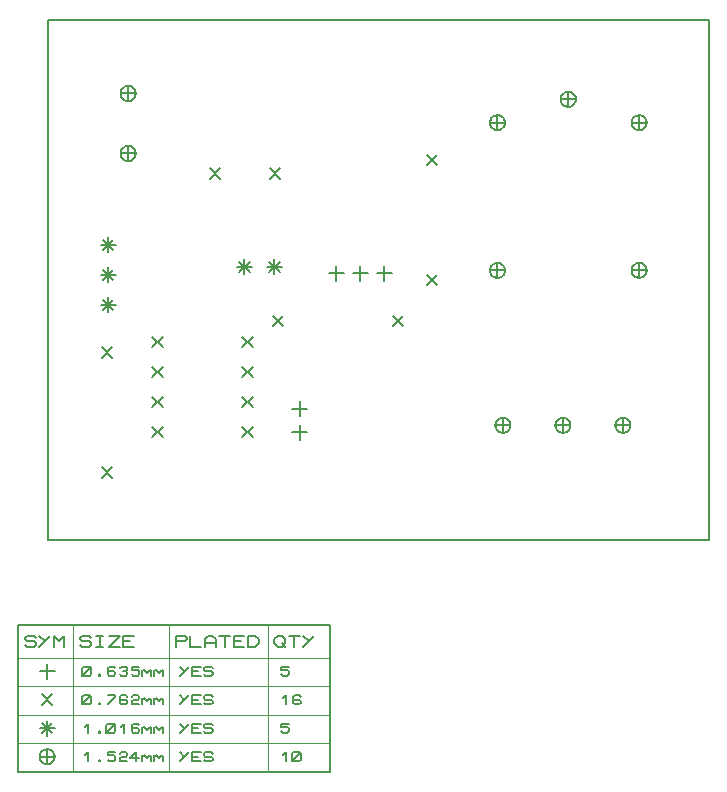
<source format=gbr>
G04 PROTEUS RS274X GERBER FILE*
%FSLAX45Y45*%
%MOMM*%
G01*
%ADD17C,0.203200*%
%ADD39C,0.127000*%
%ADD40C,0.063500*%
D17*
X-4094480Y+2080260D02*
X-4094697Y+2085507D01*
X-4096462Y+2096002D01*
X-4100154Y+2106497D01*
X-4106182Y+2116992D01*
X-4115404Y+2127372D01*
X-4125899Y+2135060D01*
X-4136394Y+2139978D01*
X-4146889Y+2142784D01*
X-4157384Y+2143757D01*
X-4157980Y+2143760D01*
X-4221480Y+2080260D02*
X-4221263Y+2085507D01*
X-4219498Y+2096002D01*
X-4215806Y+2106497D01*
X-4209778Y+2116992D01*
X-4200556Y+2127372D01*
X-4190061Y+2135060D01*
X-4179566Y+2139978D01*
X-4169071Y+2142784D01*
X-4158576Y+2143757D01*
X-4157980Y+2143760D01*
X-4221480Y+2080260D02*
X-4221263Y+2075013D01*
X-4219498Y+2064518D01*
X-4215806Y+2054023D01*
X-4209778Y+2043528D01*
X-4200556Y+2033148D01*
X-4190061Y+2025460D01*
X-4179566Y+2020542D01*
X-4169071Y+2017736D01*
X-4158576Y+2016763D01*
X-4157980Y+2016760D01*
X-4094480Y+2080260D02*
X-4094697Y+2075013D01*
X-4096462Y+2064518D01*
X-4100154Y+2054023D01*
X-4106182Y+2043528D01*
X-4115404Y+2033148D01*
X-4125899Y+2025460D01*
X-4136394Y+2020542D01*
X-4146889Y+2017736D01*
X-4157384Y+2016763D01*
X-4157980Y+2016760D01*
X-4157980Y+2143760D02*
X-4157980Y+2016760D01*
X-4221480Y+2080260D02*
X-4094480Y+2080260D01*
X-4094480Y+1572260D02*
X-4094697Y+1577507D01*
X-4096462Y+1588002D01*
X-4100154Y+1598497D01*
X-4106182Y+1608992D01*
X-4115404Y+1619372D01*
X-4125899Y+1627060D01*
X-4136394Y+1631978D01*
X-4146889Y+1634784D01*
X-4157384Y+1635757D01*
X-4157980Y+1635760D01*
X-4221480Y+1572260D02*
X-4221263Y+1577507D01*
X-4219498Y+1588002D01*
X-4215806Y+1598497D01*
X-4209778Y+1608992D01*
X-4200556Y+1619372D01*
X-4190061Y+1627060D01*
X-4179566Y+1631978D01*
X-4169071Y+1634784D01*
X-4158576Y+1635757D01*
X-4157980Y+1635760D01*
X-4221480Y+1572260D02*
X-4221263Y+1567013D01*
X-4219498Y+1556518D01*
X-4215806Y+1546023D01*
X-4209778Y+1535528D01*
X-4200556Y+1525148D01*
X-4190061Y+1517460D01*
X-4179566Y+1512542D01*
X-4169071Y+1509736D01*
X-4158576Y+1508763D01*
X-4157980Y+1508760D01*
X-4094480Y+1572260D02*
X-4094697Y+1567013D01*
X-4096462Y+1556518D01*
X-4100154Y+1546023D01*
X-4106182Y+1535528D01*
X-4115404Y+1525148D01*
X-4125899Y+1517460D01*
X-4136394Y+1512542D01*
X-4146889Y+1509736D01*
X-4157384Y+1508763D01*
X-4157980Y+1508760D01*
X-4157980Y+1635760D02*
X-4157980Y+1508760D01*
X-4221480Y+1572260D02*
X-4094480Y+1572260D01*
X-2958821Y+1449521D02*
X-2869019Y+1359719D01*
X-2958821Y+1359719D02*
X-2869019Y+1449521D01*
X-3466821Y+1449521D02*
X-3377019Y+1359719D01*
X-3466821Y+1359719D02*
X-3377019Y+1449521D01*
X-2921000Y+675640D02*
X-2921000Y+548640D01*
X-2984500Y+612140D02*
X-2857500Y+612140D01*
X-2965901Y+657041D02*
X-2876099Y+567239D01*
X-2965901Y+567239D02*
X-2876099Y+657041D01*
X-3175000Y+675640D02*
X-3175000Y+548640D01*
X-3238500Y+612140D02*
X-3111500Y+612140D01*
X-3219901Y+657041D02*
X-3130099Y+567239D01*
X-3219901Y+567239D02*
X-3130099Y+657041D01*
X-3194501Y-739959D02*
X-3104699Y-829761D01*
X-3194501Y-829761D02*
X-3104699Y-739959D01*
X-3194501Y-485959D02*
X-3104699Y-575761D01*
X-3194501Y-575761D02*
X-3104699Y-485959D01*
X-3194501Y-231959D02*
X-3104699Y-321761D01*
X-3194501Y-321761D02*
X-3104699Y-231959D01*
X-3194501Y+22041D02*
X-3104699Y-67761D01*
X-3194501Y-67761D02*
X-3104699Y+22041D01*
X-3956501Y+22041D02*
X-3866699Y-67761D01*
X-3956501Y-67761D02*
X-3866699Y+22041D01*
X-3956501Y-231959D02*
X-3866699Y-321761D01*
X-3956501Y-321761D02*
X-3866699Y-231959D01*
X-3956501Y-485959D02*
X-3866699Y-575761D01*
X-3956501Y-575761D02*
X-3866699Y-485959D01*
X-3956501Y-739959D02*
X-3866699Y-829761D01*
X-3956501Y-829761D02*
X-3866699Y-739959D01*
X-4328160Y+861060D02*
X-4328160Y+734060D01*
X-4391660Y+797560D02*
X-4264660Y+797560D01*
X-4373061Y+842461D02*
X-4283259Y+752659D01*
X-4373061Y+752659D02*
X-4283259Y+842461D01*
X-4328160Y+607060D02*
X-4328160Y+480060D01*
X-4391660Y+543560D02*
X-4264660Y+543560D01*
X-4373061Y+588461D02*
X-4283259Y+498659D01*
X-4373061Y+498659D02*
X-4283259Y+588461D01*
X-4328160Y+353060D02*
X-4328160Y+226060D01*
X-4391660Y+289560D02*
X-4264660Y+289560D01*
X-4373061Y+334461D02*
X-4283259Y+244659D01*
X-4373061Y+244659D02*
X-4283259Y+334461D01*
X-4383221Y-1085399D02*
X-4293419Y-1175201D01*
X-4383221Y-1175201D02*
X-4293419Y-1085399D01*
X-4383221Y-69399D02*
X-4293419Y-159201D01*
X-4383221Y-159201D02*
X-4293419Y-69399D01*
X-2705100Y-523900D02*
X-2705100Y-650900D01*
X-2768600Y-587400D02*
X-2641600Y-587400D01*
X-2705100Y-723900D02*
X-2705100Y-850900D01*
X-2768600Y-787400D02*
X-2641600Y-787400D01*
X-1919421Y+199841D02*
X-1829619Y+110039D01*
X-1919421Y+110039D02*
X-1829619Y+199841D01*
X-2935421Y+199841D02*
X-2845619Y+110039D01*
X-2935421Y+110039D02*
X-2845619Y+199841D01*
X-2397760Y+622300D02*
X-2397760Y+495300D01*
X-2461260Y+558800D02*
X-2334260Y+558800D01*
X-2194560Y+622300D02*
X-2194560Y+495300D01*
X-2258060Y+558800D02*
X-2131060Y+558800D01*
X-1991360Y+622300D02*
X-1991360Y+495300D01*
X-2054860Y+558800D02*
X-1927860Y+558800D01*
X-1629861Y+545281D02*
X-1540059Y+455479D01*
X-1629861Y+455479D02*
X-1540059Y+545281D01*
X-1629861Y+1561281D02*
X-1540059Y+1471479D01*
X-1629861Y+1471479D02*
X-1540059Y+1561281D01*
X+231700Y+1832000D02*
X+231483Y+1837247D01*
X+229718Y+1847742D01*
X+226026Y+1858237D01*
X+219998Y+1868732D01*
X+210776Y+1879112D01*
X+200281Y+1886800D01*
X+189786Y+1891718D01*
X+179291Y+1894524D01*
X+168796Y+1895497D01*
X+168200Y+1895500D01*
X+104700Y+1832000D02*
X+104917Y+1837247D01*
X+106682Y+1847742D01*
X+110374Y+1858237D01*
X+116402Y+1868732D01*
X+125624Y+1879112D01*
X+136119Y+1886800D01*
X+146614Y+1891718D01*
X+157109Y+1894524D01*
X+167604Y+1895497D01*
X+168200Y+1895500D01*
X+104700Y+1832000D02*
X+104917Y+1826753D01*
X+106682Y+1816258D01*
X+110374Y+1805763D01*
X+116402Y+1795268D01*
X+125624Y+1784888D01*
X+136119Y+1777200D01*
X+146614Y+1772282D01*
X+157109Y+1769476D01*
X+167604Y+1768503D01*
X+168200Y+1768500D01*
X+231700Y+1832000D02*
X+231483Y+1826753D01*
X+229718Y+1816258D01*
X+226026Y+1805763D01*
X+219998Y+1795268D01*
X+210776Y+1784888D01*
X+200281Y+1777200D01*
X+189786Y+1772282D01*
X+179291Y+1769476D01*
X+168796Y+1768503D01*
X+168200Y+1768500D01*
X+168200Y+1895500D02*
X+168200Y+1768500D01*
X+104700Y+1832000D02*
X+231700Y+1832000D01*
X-968300Y+1832000D02*
X-968517Y+1837247D01*
X-970282Y+1847742D01*
X-973974Y+1858237D01*
X-980002Y+1868732D01*
X-989224Y+1879112D01*
X-999719Y+1886800D01*
X-1010214Y+1891718D01*
X-1020709Y+1894524D01*
X-1031204Y+1895497D01*
X-1031800Y+1895500D01*
X-1095300Y+1832000D02*
X-1095083Y+1837247D01*
X-1093318Y+1847742D01*
X-1089626Y+1858237D01*
X-1083598Y+1868732D01*
X-1074376Y+1879112D01*
X-1063881Y+1886800D01*
X-1053386Y+1891718D01*
X-1042891Y+1894524D01*
X-1032396Y+1895497D01*
X-1031800Y+1895500D01*
X-1095300Y+1832000D02*
X-1095083Y+1826753D01*
X-1093318Y+1816258D01*
X-1089626Y+1805763D01*
X-1083598Y+1795268D01*
X-1074376Y+1784888D01*
X-1063881Y+1777200D01*
X-1053386Y+1772282D01*
X-1042891Y+1769476D01*
X-1032396Y+1768503D01*
X-1031800Y+1768500D01*
X-968300Y+1832000D02*
X-968517Y+1826753D01*
X-970282Y+1816258D01*
X-973974Y+1805763D01*
X-980002Y+1795268D01*
X-989224Y+1784888D01*
X-999719Y+1777200D01*
X-1010214Y+1772282D01*
X-1020709Y+1769476D01*
X-1031204Y+1768503D01*
X-1031800Y+1768500D01*
X-1031800Y+1895500D02*
X-1031800Y+1768500D01*
X-1095300Y+1832000D02*
X-968300Y+1832000D01*
X-368300Y+2032000D02*
X-368517Y+2037247D01*
X-370282Y+2047742D01*
X-373974Y+2058237D01*
X-380002Y+2068732D01*
X-389224Y+2079112D01*
X-399719Y+2086800D01*
X-410214Y+2091718D01*
X-420709Y+2094524D01*
X-431204Y+2095497D01*
X-431800Y+2095500D01*
X-495300Y+2032000D02*
X-495083Y+2037247D01*
X-493318Y+2047742D01*
X-489626Y+2058237D01*
X-483598Y+2068732D01*
X-474376Y+2079112D01*
X-463881Y+2086800D01*
X-453386Y+2091718D01*
X-442891Y+2094524D01*
X-432396Y+2095497D01*
X-431800Y+2095500D01*
X-495300Y+2032000D02*
X-495083Y+2026753D01*
X-493318Y+2016258D01*
X-489626Y+2005763D01*
X-483598Y+1995268D01*
X-474376Y+1984888D01*
X-463881Y+1977200D01*
X-453386Y+1972282D01*
X-442891Y+1969476D01*
X-432396Y+1968503D01*
X-431800Y+1968500D01*
X-368300Y+2032000D02*
X-368517Y+2026753D01*
X-370282Y+2016258D01*
X-373974Y+2005763D01*
X-380002Y+1995268D01*
X-389224Y+1984888D01*
X-399719Y+1977200D01*
X-410214Y+1972282D01*
X-420709Y+1969476D01*
X-431204Y+1968503D01*
X-431800Y+1968500D01*
X-431800Y+2095500D02*
X-431800Y+1968500D01*
X-495300Y+2032000D02*
X-368300Y+2032000D01*
X-968300Y+582000D02*
X-968517Y+587247D01*
X-970282Y+597742D01*
X-973974Y+608237D01*
X-980002Y+618732D01*
X-989224Y+629112D01*
X-999719Y+636800D01*
X-1010214Y+641718D01*
X-1020709Y+644524D01*
X-1031204Y+645497D01*
X-1031800Y+645500D01*
X-1095300Y+582000D02*
X-1095083Y+587247D01*
X-1093318Y+597742D01*
X-1089626Y+608237D01*
X-1083598Y+618732D01*
X-1074376Y+629112D01*
X-1063881Y+636800D01*
X-1053386Y+641718D01*
X-1042891Y+644524D01*
X-1032396Y+645497D01*
X-1031800Y+645500D01*
X-1095300Y+582000D02*
X-1095083Y+576753D01*
X-1093318Y+566258D01*
X-1089626Y+555763D01*
X-1083598Y+545268D01*
X-1074376Y+534888D01*
X-1063881Y+527200D01*
X-1053386Y+522282D01*
X-1042891Y+519476D01*
X-1032396Y+518503D01*
X-1031800Y+518500D01*
X-968300Y+582000D02*
X-968517Y+576753D01*
X-970282Y+566258D01*
X-973974Y+555763D01*
X-980002Y+545268D01*
X-989224Y+534888D01*
X-999719Y+527200D01*
X-1010214Y+522282D01*
X-1020709Y+519476D01*
X-1031204Y+518503D01*
X-1031800Y+518500D01*
X-1031800Y+645500D02*
X-1031800Y+518500D01*
X-1095300Y+582000D02*
X-968300Y+582000D01*
X+231700Y+582000D02*
X+231483Y+587247D01*
X+229718Y+597742D01*
X+226026Y+608237D01*
X+219998Y+618732D01*
X+210776Y+629112D01*
X+200281Y+636800D01*
X+189786Y+641718D01*
X+179291Y+644524D01*
X+168796Y+645497D01*
X+168200Y+645500D01*
X+104700Y+582000D02*
X+104917Y+587247D01*
X+106682Y+597742D01*
X+110374Y+608237D01*
X+116402Y+618732D01*
X+125624Y+629112D01*
X+136119Y+636800D01*
X+146614Y+641718D01*
X+157109Y+644524D01*
X+167604Y+645497D01*
X+168200Y+645500D01*
X+104700Y+582000D02*
X+104917Y+576753D01*
X+106682Y+566258D01*
X+110374Y+555763D01*
X+116402Y+545268D01*
X+125624Y+534888D01*
X+136119Y+527200D01*
X+146614Y+522282D01*
X+157109Y+519476D01*
X+167604Y+518503D01*
X+168200Y+518500D01*
X+231700Y+582000D02*
X+231483Y+576753D01*
X+229718Y+566258D01*
X+226026Y+555763D01*
X+219998Y+545268D01*
X+210776Y+534888D01*
X+200281Y+527200D01*
X+189786Y+522282D01*
X+179291Y+519476D01*
X+168796Y+518503D01*
X+168200Y+518500D01*
X+168200Y+645500D02*
X+168200Y+518500D01*
X+104700Y+582000D02*
X+231700Y+582000D01*
X+93980Y-728980D02*
X+93763Y-723733D01*
X+91998Y-713238D01*
X+88306Y-702743D01*
X+82278Y-692248D01*
X+73056Y-681868D01*
X+62561Y-674180D01*
X+52066Y-669262D01*
X+41571Y-666456D01*
X+31076Y-665483D01*
X+30480Y-665480D01*
X-33020Y-728980D02*
X-32803Y-723733D01*
X-31038Y-713238D01*
X-27346Y-702743D01*
X-21318Y-692248D01*
X-12096Y-681868D01*
X-1601Y-674180D01*
X+8894Y-669262D01*
X+19389Y-666456D01*
X+29884Y-665483D01*
X+30480Y-665480D01*
X-33020Y-728980D02*
X-32803Y-734227D01*
X-31038Y-744722D01*
X-27346Y-755217D01*
X-21318Y-765712D01*
X-12096Y-776092D01*
X-1601Y-783780D01*
X+8894Y-788698D01*
X+19389Y-791504D01*
X+29884Y-792477D01*
X+30480Y-792480D01*
X+93980Y-728980D02*
X+93763Y-734227D01*
X+91998Y-744722D01*
X+88306Y-755217D01*
X+82278Y-765712D01*
X+73056Y-776092D01*
X+62561Y-783780D01*
X+52066Y-788698D01*
X+41571Y-791504D01*
X+31076Y-792477D01*
X+30480Y-792480D01*
X+30480Y-665480D02*
X+30480Y-792480D01*
X-33020Y-728980D02*
X+93980Y-728980D01*
X-414020Y-728980D02*
X-414237Y-723733D01*
X-416002Y-713238D01*
X-419694Y-702743D01*
X-425722Y-692248D01*
X-434944Y-681868D01*
X-445439Y-674180D01*
X-455934Y-669262D01*
X-466429Y-666456D01*
X-476924Y-665483D01*
X-477520Y-665480D01*
X-541020Y-728980D02*
X-540803Y-723733D01*
X-539038Y-713238D01*
X-535346Y-702743D01*
X-529318Y-692248D01*
X-520096Y-681868D01*
X-509601Y-674180D01*
X-499106Y-669262D01*
X-488611Y-666456D01*
X-478116Y-665483D01*
X-477520Y-665480D01*
X-541020Y-728980D02*
X-540803Y-734227D01*
X-539038Y-744722D01*
X-535346Y-755217D01*
X-529318Y-765712D01*
X-520096Y-776092D01*
X-509601Y-783780D01*
X-499106Y-788698D01*
X-488611Y-791504D01*
X-478116Y-792477D01*
X-477520Y-792480D01*
X-414020Y-728980D02*
X-414237Y-734227D01*
X-416002Y-744722D01*
X-419694Y-755217D01*
X-425722Y-765712D01*
X-434944Y-776092D01*
X-445439Y-783780D01*
X-455934Y-788698D01*
X-466429Y-791504D01*
X-476924Y-792477D01*
X-477520Y-792480D01*
X-477520Y-665480D02*
X-477520Y-792480D01*
X-541020Y-728980D02*
X-414020Y-728980D01*
X-922020Y-728980D02*
X-922237Y-723733D01*
X-924002Y-713238D01*
X-927694Y-702743D01*
X-933722Y-692248D01*
X-942944Y-681868D01*
X-953439Y-674180D01*
X-963934Y-669262D01*
X-974429Y-666456D01*
X-984924Y-665483D01*
X-985520Y-665480D01*
X-1049020Y-728980D02*
X-1048803Y-723733D01*
X-1047038Y-713238D01*
X-1043346Y-702743D01*
X-1037318Y-692248D01*
X-1028096Y-681868D01*
X-1017601Y-674180D01*
X-1007106Y-669262D01*
X-996611Y-666456D01*
X-986116Y-665483D01*
X-985520Y-665480D01*
X-1049020Y-728980D02*
X-1048803Y-734227D01*
X-1047038Y-744722D01*
X-1043346Y-755217D01*
X-1037318Y-765712D01*
X-1028096Y-776092D01*
X-1017601Y-783780D01*
X-1007106Y-788698D01*
X-996611Y-791504D01*
X-986116Y-792477D01*
X-985520Y-792480D01*
X-922020Y-728980D02*
X-922237Y-734227D01*
X-924002Y-744722D01*
X-927694Y-755217D01*
X-933722Y-765712D01*
X-942944Y-776092D01*
X-953439Y-783780D01*
X-963934Y-788698D01*
X-974429Y-791504D01*
X-984924Y-792477D01*
X-985520Y-792480D01*
X-985520Y-665480D02*
X-985520Y-792480D01*
X-1049020Y-728980D02*
X-922020Y-728980D01*
X-4838700Y-1701800D02*
X+759460Y-1701800D01*
X+759460Y+2705100D01*
X-4838700Y+2705100D01*
X-4838700Y-1701800D01*
D39*
X-5090160Y-3667760D02*
X-2446020Y-3667760D01*
X-2446020Y-2423160D01*
X-5090160Y-2423160D01*
X-5090160Y-3667760D01*
D40*
X-4622798Y-2423160D02*
X-4622798Y-3667760D01*
X-3809998Y-2423160D02*
X-3809998Y-3667760D01*
X-2976878Y-2423160D02*
X-2976878Y-3667760D01*
X-5090160Y-2696210D02*
X-2446020Y-2696210D01*
X-5090160Y-2937510D02*
X-2446020Y-2937510D01*
X-5090160Y-3178810D02*
X-2446020Y-3178810D01*
X-5090160Y-3420110D02*
X-2446020Y-3420110D01*
D39*
X-5033010Y-2586990D02*
X-5017770Y-2602230D01*
X-4956810Y-2602230D01*
X-4941570Y-2586990D01*
X-4941570Y-2571750D01*
X-4956810Y-2556510D01*
X-5017770Y-2556510D01*
X-5033010Y-2541270D01*
X-5033010Y-2526030D01*
X-5017770Y-2510790D01*
X-4956810Y-2510790D01*
X-4941570Y-2526030D01*
X-4819650Y-2510790D02*
X-4911090Y-2602230D01*
X-4911090Y-2510790D02*
X-4865370Y-2556510D01*
X-4789170Y-2602230D02*
X-4789170Y-2510790D01*
X-4743450Y-2556510D01*
X-4697730Y-2510790D01*
X-4697730Y-2602230D01*
X-4565650Y-2586990D02*
X-4550410Y-2602230D01*
X-4489450Y-2602230D01*
X-4474210Y-2586990D01*
X-4474210Y-2571750D01*
X-4489450Y-2556510D01*
X-4550410Y-2556510D01*
X-4565650Y-2541270D01*
X-4565650Y-2526030D01*
X-4550410Y-2510790D01*
X-4489450Y-2510790D01*
X-4474210Y-2526030D01*
X-4428490Y-2510790D02*
X-4367530Y-2510790D01*
X-4398010Y-2510790D02*
X-4398010Y-2602230D01*
X-4428490Y-2602230D02*
X-4367530Y-2602230D01*
X-4321810Y-2510790D02*
X-4230370Y-2510790D01*
X-4321810Y-2602230D01*
X-4230370Y-2602230D01*
X-4108450Y-2602230D02*
X-4199890Y-2602230D01*
X-4199890Y-2510790D01*
X-4108450Y-2510790D01*
X-4199890Y-2556510D02*
X-4138930Y-2556510D01*
X-3752850Y-2602230D02*
X-3752850Y-2510790D01*
X-3676650Y-2510790D01*
X-3661410Y-2526030D01*
X-3661410Y-2541270D01*
X-3676650Y-2556510D01*
X-3752850Y-2556510D01*
X-3630930Y-2510790D02*
X-3630930Y-2602230D01*
X-3539490Y-2602230D01*
X-3509010Y-2602230D02*
X-3509010Y-2541270D01*
X-3478530Y-2510790D01*
X-3448050Y-2510790D01*
X-3417570Y-2541270D01*
X-3417570Y-2602230D01*
X-3509010Y-2571750D02*
X-3417570Y-2571750D01*
X-3387090Y-2510790D02*
X-3295650Y-2510790D01*
X-3341370Y-2510790D02*
X-3341370Y-2602230D01*
X-3173730Y-2602230D02*
X-3265170Y-2602230D01*
X-3265170Y-2510790D01*
X-3173730Y-2510790D01*
X-3265170Y-2556510D02*
X-3204210Y-2556510D01*
X-3143250Y-2602230D02*
X-3143250Y-2510790D01*
X-3082290Y-2510790D01*
X-3051810Y-2541270D01*
X-3051810Y-2571750D01*
X-3082290Y-2602230D01*
X-3143250Y-2602230D01*
X-2919730Y-2541270D02*
X-2889250Y-2510790D01*
X-2858770Y-2510790D01*
X-2828290Y-2541270D01*
X-2828290Y-2571750D01*
X-2858770Y-2602230D01*
X-2889250Y-2602230D01*
X-2919730Y-2571750D01*
X-2919730Y-2541270D01*
X-2858770Y-2571750D02*
X-2828290Y-2602230D01*
X-2797810Y-2510790D02*
X-2706370Y-2510790D01*
X-2752090Y-2510790D02*
X-2752090Y-2602230D01*
X-2584450Y-2510790D02*
X-2675890Y-2602230D01*
X-2675890Y-2510790D02*
X-2630170Y-2556510D01*
D17*
X-4843780Y-2747010D02*
X-4843780Y-2874010D01*
X-4907280Y-2810510D02*
X-4780280Y-2810510D01*
D39*
X-4546600Y-2835910D02*
X-4546600Y-2785110D01*
X-4533900Y-2772410D01*
X-4483100Y-2772410D01*
X-4470400Y-2785110D01*
X-4470400Y-2835910D01*
X-4483100Y-2848610D01*
X-4533900Y-2848610D01*
X-4546600Y-2835910D01*
X-4546600Y-2848610D02*
X-4470400Y-2772410D01*
X-4406900Y-2835910D02*
X-4394200Y-2835910D01*
X-4394200Y-2848610D01*
X-4406900Y-2848610D01*
X-4406900Y-2835910D01*
X-4267200Y-2785110D02*
X-4279900Y-2772410D01*
X-4318000Y-2772410D01*
X-4330700Y-2785110D01*
X-4330700Y-2835910D01*
X-4318000Y-2848610D01*
X-4279900Y-2848610D01*
X-4267200Y-2835910D01*
X-4267200Y-2823210D01*
X-4279900Y-2810510D01*
X-4330700Y-2810510D01*
X-4229100Y-2785110D02*
X-4216400Y-2772410D01*
X-4178300Y-2772410D01*
X-4165600Y-2785110D01*
X-4165600Y-2797810D01*
X-4178300Y-2810510D01*
X-4165600Y-2823210D01*
X-4165600Y-2835910D01*
X-4178300Y-2848610D01*
X-4216400Y-2848610D01*
X-4229100Y-2835910D01*
X-4203700Y-2810510D02*
X-4178300Y-2810510D01*
X-4064000Y-2772410D02*
X-4127500Y-2772410D01*
X-4127500Y-2797810D01*
X-4076700Y-2797810D01*
X-4064000Y-2810510D01*
X-4064000Y-2835910D01*
X-4076700Y-2848610D01*
X-4114800Y-2848610D01*
X-4127500Y-2835910D01*
X-4038600Y-2848610D02*
X-4038600Y-2797810D01*
X-4038600Y-2810510D02*
X-4025900Y-2797810D01*
X-4000500Y-2823210D01*
X-3975100Y-2797810D01*
X-3962400Y-2810510D01*
X-3962400Y-2848610D01*
X-3937000Y-2848610D02*
X-3937000Y-2797810D01*
X-3937000Y-2810510D02*
X-3924300Y-2797810D01*
X-3898900Y-2823210D01*
X-3873500Y-2797810D01*
X-3860800Y-2810510D01*
X-3860800Y-2848610D01*
X-3644900Y-2772410D02*
X-3721100Y-2848610D01*
X-3721100Y-2772410D02*
X-3683000Y-2810510D01*
X-3543300Y-2848610D02*
X-3619500Y-2848610D01*
X-3619500Y-2772410D01*
X-3543300Y-2772410D01*
X-3619500Y-2810510D02*
X-3568700Y-2810510D01*
X-3517900Y-2835910D02*
X-3505200Y-2848610D01*
X-3454400Y-2848610D01*
X-3441700Y-2835910D01*
X-3441700Y-2823210D01*
X-3454400Y-2810510D01*
X-3505200Y-2810510D01*
X-3517900Y-2797810D01*
X-3517900Y-2785110D01*
X-3505200Y-2772410D01*
X-3454400Y-2772410D01*
X-3441700Y-2785110D01*
X-2799080Y-2772410D02*
X-2862580Y-2772410D01*
X-2862580Y-2797810D01*
X-2811780Y-2797810D01*
X-2799080Y-2810510D01*
X-2799080Y-2835910D01*
X-2811780Y-2848610D01*
X-2849880Y-2848610D01*
X-2862580Y-2835910D01*
D17*
X-4888681Y-3006909D02*
X-4798879Y-3096711D01*
X-4888681Y-3096711D02*
X-4798879Y-3006909D01*
D39*
X-4546600Y-3077210D02*
X-4546600Y-3026410D01*
X-4533900Y-3013710D01*
X-4483100Y-3013710D01*
X-4470400Y-3026410D01*
X-4470400Y-3077210D01*
X-4483100Y-3089910D01*
X-4533900Y-3089910D01*
X-4546600Y-3077210D01*
X-4546600Y-3089910D02*
X-4470400Y-3013710D01*
X-4406900Y-3077210D02*
X-4394200Y-3077210D01*
X-4394200Y-3089910D01*
X-4406900Y-3089910D01*
X-4406900Y-3077210D01*
X-4330700Y-3013710D02*
X-4267200Y-3013710D01*
X-4267200Y-3026410D01*
X-4330700Y-3089910D01*
X-4165600Y-3026410D02*
X-4178300Y-3013710D01*
X-4216400Y-3013710D01*
X-4229100Y-3026410D01*
X-4229100Y-3077210D01*
X-4216400Y-3089910D01*
X-4178300Y-3089910D01*
X-4165600Y-3077210D01*
X-4165600Y-3064510D01*
X-4178300Y-3051810D01*
X-4229100Y-3051810D01*
X-4127500Y-3026410D02*
X-4114800Y-3013710D01*
X-4076700Y-3013710D01*
X-4064000Y-3026410D01*
X-4064000Y-3039110D01*
X-4076700Y-3051810D01*
X-4114800Y-3051810D01*
X-4127500Y-3064510D01*
X-4127500Y-3089910D01*
X-4064000Y-3089910D01*
X-4038600Y-3089910D02*
X-4038600Y-3039110D01*
X-4038600Y-3051810D02*
X-4025900Y-3039110D01*
X-4000500Y-3064510D01*
X-3975100Y-3039110D01*
X-3962400Y-3051810D01*
X-3962400Y-3089910D01*
X-3937000Y-3089910D02*
X-3937000Y-3039110D01*
X-3937000Y-3051810D02*
X-3924300Y-3039110D01*
X-3898900Y-3064510D01*
X-3873500Y-3039110D01*
X-3860800Y-3051810D01*
X-3860800Y-3089910D01*
X-3644900Y-3013710D02*
X-3721100Y-3089910D01*
X-3721100Y-3013710D02*
X-3683000Y-3051810D01*
X-3543300Y-3089910D02*
X-3619500Y-3089910D01*
X-3619500Y-3013710D01*
X-3543300Y-3013710D01*
X-3619500Y-3051810D02*
X-3568700Y-3051810D01*
X-3517900Y-3077210D02*
X-3505200Y-3089910D01*
X-3454400Y-3089910D01*
X-3441700Y-3077210D01*
X-3441700Y-3064510D01*
X-3454400Y-3051810D01*
X-3505200Y-3051810D01*
X-3517900Y-3039110D01*
X-3517900Y-3026410D01*
X-3505200Y-3013710D01*
X-3454400Y-3013710D01*
X-3441700Y-3026410D01*
X-2849880Y-3039110D02*
X-2824480Y-3013710D01*
X-2824480Y-3089910D01*
X-2697480Y-3026410D02*
X-2710180Y-3013710D01*
X-2748280Y-3013710D01*
X-2760980Y-3026410D01*
X-2760980Y-3077210D01*
X-2748280Y-3089910D01*
X-2710180Y-3089910D01*
X-2697480Y-3077210D01*
X-2697480Y-3064510D01*
X-2710180Y-3051810D01*
X-2760980Y-3051810D01*
D17*
X-4843780Y-3229610D02*
X-4843780Y-3356610D01*
X-4907280Y-3293110D02*
X-4780280Y-3293110D01*
X-4888681Y-3248209D02*
X-4798879Y-3338011D01*
X-4888681Y-3338011D02*
X-4798879Y-3248209D01*
D39*
X-4521200Y-3280410D02*
X-4495800Y-3255010D01*
X-4495800Y-3331210D01*
X-4406900Y-3318510D02*
X-4394200Y-3318510D01*
X-4394200Y-3331210D01*
X-4406900Y-3331210D01*
X-4406900Y-3318510D01*
X-4343400Y-3318510D02*
X-4343400Y-3267710D01*
X-4330700Y-3255010D01*
X-4279900Y-3255010D01*
X-4267200Y-3267710D01*
X-4267200Y-3318510D01*
X-4279900Y-3331210D01*
X-4330700Y-3331210D01*
X-4343400Y-3318510D01*
X-4343400Y-3331210D02*
X-4267200Y-3255010D01*
X-4216400Y-3280410D02*
X-4191000Y-3255010D01*
X-4191000Y-3331210D01*
X-4064000Y-3267710D02*
X-4076700Y-3255010D01*
X-4114800Y-3255010D01*
X-4127500Y-3267710D01*
X-4127500Y-3318510D01*
X-4114800Y-3331210D01*
X-4076700Y-3331210D01*
X-4064000Y-3318510D01*
X-4064000Y-3305810D01*
X-4076700Y-3293110D01*
X-4127500Y-3293110D01*
X-4038600Y-3331210D02*
X-4038600Y-3280410D01*
X-4038600Y-3293110D02*
X-4025900Y-3280410D01*
X-4000500Y-3305810D01*
X-3975100Y-3280410D01*
X-3962400Y-3293110D01*
X-3962400Y-3331210D01*
X-3937000Y-3331210D02*
X-3937000Y-3280410D01*
X-3937000Y-3293110D02*
X-3924300Y-3280410D01*
X-3898900Y-3305810D01*
X-3873500Y-3280410D01*
X-3860800Y-3293110D01*
X-3860800Y-3331210D01*
X-3644900Y-3255010D02*
X-3721100Y-3331210D01*
X-3721100Y-3255010D02*
X-3683000Y-3293110D01*
X-3543300Y-3331210D02*
X-3619500Y-3331210D01*
X-3619500Y-3255010D01*
X-3543300Y-3255010D01*
X-3619500Y-3293110D02*
X-3568700Y-3293110D01*
X-3517900Y-3318510D02*
X-3505200Y-3331210D01*
X-3454400Y-3331210D01*
X-3441700Y-3318510D01*
X-3441700Y-3305810D01*
X-3454400Y-3293110D01*
X-3505200Y-3293110D01*
X-3517900Y-3280410D01*
X-3517900Y-3267710D01*
X-3505200Y-3255010D01*
X-3454400Y-3255010D01*
X-3441700Y-3267710D01*
X-2799080Y-3255010D02*
X-2862580Y-3255010D01*
X-2862580Y-3280410D01*
X-2811780Y-3280410D01*
X-2799080Y-3293110D01*
X-2799080Y-3318510D01*
X-2811780Y-3331210D01*
X-2849880Y-3331210D01*
X-2862580Y-3318510D01*
D17*
X-4780280Y-3534410D02*
X-4780497Y-3529163D01*
X-4782262Y-3518668D01*
X-4785954Y-3508173D01*
X-4791982Y-3497678D01*
X-4801204Y-3487298D01*
X-4811699Y-3479610D01*
X-4822194Y-3474692D01*
X-4832689Y-3471886D01*
X-4843184Y-3470913D01*
X-4843780Y-3470910D01*
X-4907280Y-3534410D02*
X-4907063Y-3529163D01*
X-4905298Y-3518668D01*
X-4901606Y-3508173D01*
X-4895578Y-3497678D01*
X-4886356Y-3487298D01*
X-4875861Y-3479610D01*
X-4865366Y-3474692D01*
X-4854871Y-3471886D01*
X-4844376Y-3470913D01*
X-4843780Y-3470910D01*
X-4907280Y-3534410D02*
X-4907063Y-3539657D01*
X-4905298Y-3550152D01*
X-4901606Y-3560647D01*
X-4895578Y-3571142D01*
X-4886356Y-3581522D01*
X-4875861Y-3589210D01*
X-4865366Y-3594128D01*
X-4854871Y-3596934D01*
X-4844376Y-3597907D01*
X-4843780Y-3597910D01*
X-4780280Y-3534410D02*
X-4780497Y-3539657D01*
X-4782262Y-3550152D01*
X-4785954Y-3560647D01*
X-4791982Y-3571142D01*
X-4801204Y-3581522D01*
X-4811699Y-3589210D01*
X-4822194Y-3594128D01*
X-4832689Y-3596934D01*
X-4843184Y-3597907D01*
X-4843780Y-3597910D01*
X-4843780Y-3470910D02*
X-4843780Y-3597910D01*
X-4907280Y-3534410D02*
X-4780280Y-3534410D01*
D39*
X-4521200Y-3521710D02*
X-4495800Y-3496310D01*
X-4495800Y-3572510D01*
X-4406900Y-3559810D02*
X-4394200Y-3559810D01*
X-4394200Y-3572510D01*
X-4406900Y-3572510D01*
X-4406900Y-3559810D01*
X-4267200Y-3496310D02*
X-4330700Y-3496310D01*
X-4330700Y-3521710D01*
X-4279900Y-3521710D01*
X-4267200Y-3534410D01*
X-4267200Y-3559810D01*
X-4279900Y-3572510D01*
X-4318000Y-3572510D01*
X-4330700Y-3559810D01*
X-4229100Y-3509010D02*
X-4216400Y-3496310D01*
X-4178300Y-3496310D01*
X-4165600Y-3509010D01*
X-4165600Y-3521710D01*
X-4178300Y-3534410D01*
X-4216400Y-3534410D01*
X-4229100Y-3547110D01*
X-4229100Y-3572510D01*
X-4165600Y-3572510D01*
X-4064000Y-3547110D02*
X-4140200Y-3547110D01*
X-4089400Y-3496310D01*
X-4089400Y-3572510D01*
X-4038600Y-3572510D02*
X-4038600Y-3521710D01*
X-4038600Y-3534410D02*
X-4025900Y-3521710D01*
X-4000500Y-3547110D01*
X-3975100Y-3521710D01*
X-3962400Y-3534410D01*
X-3962400Y-3572510D01*
X-3937000Y-3572510D02*
X-3937000Y-3521710D01*
X-3937000Y-3534410D02*
X-3924300Y-3521710D01*
X-3898900Y-3547110D01*
X-3873500Y-3521710D01*
X-3860800Y-3534410D01*
X-3860800Y-3572510D01*
X-3644900Y-3496310D02*
X-3721100Y-3572510D01*
X-3721100Y-3496310D02*
X-3683000Y-3534410D01*
X-3543300Y-3572510D02*
X-3619500Y-3572510D01*
X-3619500Y-3496310D01*
X-3543300Y-3496310D01*
X-3619500Y-3534410D02*
X-3568700Y-3534410D01*
X-3517900Y-3559810D02*
X-3505200Y-3572510D01*
X-3454400Y-3572510D01*
X-3441700Y-3559810D01*
X-3441700Y-3547110D01*
X-3454400Y-3534410D01*
X-3505200Y-3534410D01*
X-3517900Y-3521710D01*
X-3517900Y-3509010D01*
X-3505200Y-3496310D01*
X-3454400Y-3496310D01*
X-3441700Y-3509010D01*
X-2849880Y-3521710D02*
X-2824480Y-3496310D01*
X-2824480Y-3572510D01*
X-2773680Y-3559810D02*
X-2773680Y-3509010D01*
X-2760980Y-3496310D01*
X-2710180Y-3496310D01*
X-2697480Y-3509010D01*
X-2697480Y-3559810D01*
X-2710180Y-3572510D01*
X-2760980Y-3572510D01*
X-2773680Y-3559810D01*
X-2773680Y-3572510D02*
X-2697480Y-3496310D01*
M02*

</source>
